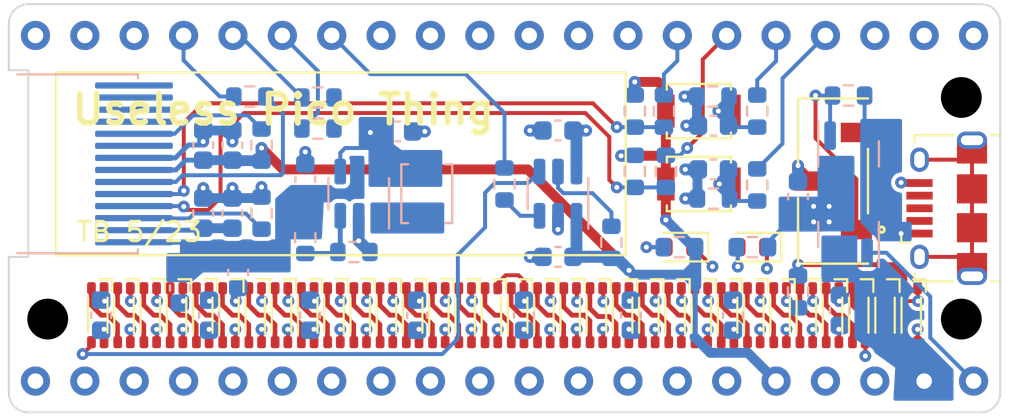
<source format=kicad_pcb>
(kicad_pcb (version 20221018) (generator pcbnew)
  (layers (0 "F.Cu" signal) (1 "In1.Cu" power) (2 "In2.Cu" power) (31 "B.Cu" signal) (34 "B.Paste" user) (35 "F.Paste" user) (36 "B.SilkS" user "B.Silkscreen") (37 "F.SilkS" user "F.Silkscreen") (38 "B.Mask" user) (39 "F.Mask" user) (44 "Edge.Cuts" user))
  (net 0 "")
  (net 1 "+3V3")
  (net 2 "VBUS")
  (net 3 "GND")
  (net 4 "/LEDs/DIN")
  (net 5 "/LEDs/B2")
  (net 6 "/LEDs/B3")
  (net 7 "/LEDs/B4")
  (net 8 "Net-(J1-VBUS)")
  (net 12 "unconnected-(J1-Shield-Pad6)")
  (net 13 "Net-(LED1-A)")
  (net 14 "Net-(LED2-A)")
  (net 15 "Net-(U1-DIR)")
  (net 16 "Net-(LED3-DOUT)")
  (net 17 "/LED_DIN")
  (net 18 "/~{OLED_RST}")
  (net 19 "Net-(LED4-DOUT)")
  (net 21 "Net-(LED5-DOUT)")
  (net 22 "Net-(LED6-DOUT)")
  (net 23 "Net-(LED7-DOUT)")
  (net 24 "Net-(LED8-DOUT)")
  (net 26 "Net-(Q1-G)")
  (net 27 "Net-(LED10-DIN)")
  (net 28 "/SW2")
  (net 29 "/IREF")
  (net 30 "Net-(U4-SW)")
  (net 31 "Net-(U4-FB)")
  (net 32 "Net-(LED11-DOUT)")
  (net 33 "Net-(LED12-DOUT)")
  (net 34 "Net-(LED13-DOUT)")
  (net 35 "Net-(LED14-DOUT)")
  (net 36 "Net-(LED15-DOUT)")
  (net 37 "Net-(LED16-DOUT)")
  (net 38 "Net-(LED17-DOUT)")
  (net 39 "Net-(LED19-DOUT)")
  (net 40 "Net-(LED20-DOUT)")
  (net 41 "Net-(LED21-DOUT)")
  (net 42 "Net-(LED22-DOUT)")
  (net 43 "Net-(LED23-DOUT)")
  (net 44 "Net-(LED24-DOUT)")
  (net 45 "Net-(LED25-DOUT)")
  (net 46 "Net-(LED27-DOUT)")
  (net 47 "Net-(LED28-DOUT)")
  (net 48 "Net-(LED29-DOUT)")
  (net 49 "Net-(LED30-DOUT)")
  (net 50 "Net-(LED31-DOUT)")
  (net 51 "Net-(LED32-DOUT)")
  (net 52 "Net-(LED33-DOUT)")
  (net 53 "Net-(LED34-DOUT)")
  (net 60 "Net-(J3-Pin_19)")
  (net 61 "Net-(J3-Pin_20)")
  (net 62 "Net-(U2-VCC)")
  (net 63 "Net-(U2-VCOMH)")
  (net 64 "Net-(J2-Pin_7)")
  (net 65 "Net-(J2-Pin_6)")
  (net 67 "/SW1")
  (net 72 "Net-(U2-VBAT)")
  (net 74 "/SCL")
  (net 75 "/SDA")
  (net 77 "Net-(J2-Pin_5)")
  (net 78 "Net-(J2-Pin_4)")
  (net 89 "Net-(J2-Pin_17)")
  (net 90 "Net-(J2-Pin_16)")
  (net 91 "Net-(J2-Pin_15)")
  (net 92 "Net-(J2-Pin_14)")
  (footprint "common:LED_SK68xx-EC3210x" (layer "F.Cu") (at 116.725 95 -90)
    (fp_text reference "LED12" hide)
    (fp_text value "SK68XX-EC3210R" hide)
  )
  (footprint "common:LED_SK68xx-EC3210x" (layer "F.Cu") (at 107.275 95 -90)
    (fp_text reference "LED5" hide)
    (fp_text value "SK68XX-EC3210R" hide)
  )
  (footprint "Button_Switch_SMD:SW_SPST_B3U-1000P" (layer "F.Cu") (at 135.5 84.5 180)
    (fp_text reference "SW2" hide)
    (fp_text value "B3U-1000P" hide)
  )
  (footprint "common:LED_SK68xx-EC3210x" (layer "F.Cu") (at 105.925 95 -90)
    (fp_text reference "LED4" hide)
    (fp_text value "SK68XX-EC3210R" hide)
  )
  (footprint "common:LED_SK68xx-EC3210x" (layer "F.Cu") (at 118.075 95 -90)
    (fp_text reference "LED13" hide)
    (fp_text value "SK68XX-EC3210R" hide)
  )
  (footprint "common:2.1mm_hole_pico" (layer "F.Cu") (at 149 83.8)
    (fp_text reference "REF**" hide)
    (fp_text value "2.1mm_hole_pico" hide)
  )
  (footprint "common:LED_SK68xx-EC3210x" (layer "F.Cu") (at 104.575 95 -90)
    (fp_text reference "LED3" hide)
    (fp_text value "SK68XX-EC3210R" hide)
  )
  (footprint "common:LED_SK68xx-EC3210x" (layer "F.Cu") (at 111.325 95 -90)
    (fp_text reference "LED8" hide)
    (fp_text value "SK68XX-EC3210R" hide)
  )
  (footprint "common:EA_W096016-XALW" (layer "F.Cu") (at 131.6375 82.6125 180)
    (fp_text reference "U2" hide)
    (fp_text value "EA W096016-XALW" hide)
  )
  (footprint "common:LED_SK68xx-EC3210x" (layer "F.Cu") (at 132.925 95 -90)
    (fp_text reference "LED24" hide)
    (fp_text value "SK68XX-EC3210R" hide)
  )
  (footprint "common:LED_SK68xx-EC3210x" (layer "F.Cu") (at 112.675 95 -90)
    (fp_text reference "LED9" hide)
    (fp_text value "SK68XX-EC3210R" hide)
  )
  (footprint "common:LED_SK68xx-EC3210x" (layer "F.Cu") (at 120.775 95 -90)
    (fp_text reference "LED15" hide)
    (fp_text value "SK68XX-EC3210R" hide)
  )
  (footprint "common:LED_SK68xx-EC3210x" (layer "F.Cu") (at 138.325 95 -90)
    (fp_text reference "LED28" hide)
    (fp_text value "SK68XX-EC3210R" hide)
  )
  (footprint "common:LED_SK68xx-EC3210x" (layer "F.Cu") (at 109.975 95 -90)
    (fp_text reference "LED7" hide)
    (fp_text value "SK68XX-EC3210R" hide)
  )
  (footprint "common:LED_SK68xx-EC3210x" (layer "F.Cu") (at 131.575 95 -90)
    (fp_text reference "LED23" hide)
    (fp_text value "SK68XX-EC3210R" hide)
  )
  (footprint "common:2.1mm_hole_pico" (layer "F.Cu") (at 149 95.2)
    (fp_text reference "REF**" hide)
    (fp_text value "2.1mm_hole_pico" hide)
  )
  (footprint "common:LED_SK68xx-EC3210x" (layer "F.Cu") (at 115.375 95 -90)
    (fp_text reference "LED11" hide)
    (fp_text value "SK68XX-EC3210R" hide)
  )
  (footprint "common:LED_SK68xx-EC3210x" (layer "F.Cu") (at 146.425 95 -90)
    (fp_text reference "LED34" hide)
    (fp_text value "SK68XX-EC3210R" hide)
  )
  (footprint "Connector_USB:USB_Micro-B_Amphenol_10118194_Horizontal" (layer "F.Cu") (at 148.25 89.5 90)
    (fp_text reference "J1" hide)
    (fp_text value "0473460001" hide)
  )
  (footprint "common:2.1mm_hole_pico" (layer "F.Cu") (at 102 95.2)
    (fp_text reference "REF**" hide)
    (fp_text value "2.1mm_hole_pico" hide)
  )
  (footprint "common:LED_SK68xx-EC3210x" (layer "F.Cu") (at 123.475 95 -90)
    (fp_text reference "LED17" hide)
    (fp_text value "SK68XX-EC3210R" hide)
  )
  (footprint "common:LED_SK68xx-EC3210x" (layer "F.Cu") (at 108.625 95 -90)
    (fp_text reference "LED6" hide)
    (fp_text value "SK68XX-EC3210R" hide)
  )
  (footprint "common:LED_SK68xx-EC3210x" (layer "F.Cu") (at 114.025 95 -90)
    (fp_text reference "LED10" hide)
    (fp_text value "SK68XX-EC3210R" hide)
  )
  (footprint "common:LED_SK68xx-EC3210x" (layer "F.Cu") (at 136.975 95 -90)
    (fp_text reference "LED27" hide)
    (fp_text value "SK68XX-EC3210R" hide)
  )
  (footprint "common:LED_SK68xx-EC3210x" (layer "F.Cu") (at 141.025 95 -90)
    (fp_text reference "LED30" hide)
    (fp_text value "SK68XX-EC3210R" hide)
  )
  (footprint "LED_SMD:LED_0603_1608Metric" (layer "F.Cu") (at 134.5 91.5 180)
    (fp_text reference "LED1" hide)
    (fp_text value "YEL" hide)
  )
  (footprint "common:LED_SK68xx-EC3210x" (layer "F.Cu") (at 145.075 95 -90)
    (fp_text reference "LED33" hide)
    (fp_text value "SK68XX-EC3210R" hide)
  )
  (footprint "common:LED_SK68xx-EC3210x" (layer "F.Cu") (at 135.625 95 -90)
    (fp_text reference "LED26" hide)
    (fp_text value "SK68XX-EC3210R" hide)
  )
  (footprint "common:LED_SK68xx-EC3210x" (layer "F.Cu") (at 143.725 95 -90)
    (fp_text reference "LED32" hide)
    (fp_text value "SK68XX-EC3210R" hide)
  )
  (footprint "common:LED_SK68xx-EC3210x" (layer "F.Cu") (at 139.675 95 -90)
    (fp_text reference "LED29" hide)
    (fp_text value "SK68XX-EC3210R" hide)
  )
  (footprint "common:LED_SK68xx-EC3210x" (layer "F.Cu") (at 127.525 95 -90)
    (fp_text reference "LED20" hide)
    (fp_text value "SK68XX-EC3210R" hide)
  )
  (footprint "common:LED_SK68xx-EC3210x" (layer "F.Cu") (at 122.125 95 -90)
    (fp_text reference "LED16" hide)
    (fp_text value "SK68XX-EC3210R" hide)
  )
  (footprint "common:LED_SK68xx-EC3210x" (layer "F.Cu") (at 128.875 95 -90)
    (fp_text reference "LED21" hide)
    (fp_text value "SK68XX-EC3210R" hide)
  )
  (footprint "common:LED_SK68xx-EC3210x" (layer "F.Cu") (at 124.825 95 -90)
    (fp_text reference "LED18" hide)
    (fp_text value "SK68XX-EC3210R" hide)
  )
  (footprint "common:LED_SK68xx-EC3210x" (layer "F.Cu") (at 126.175 95 -90)
    (fp_text reference "LED19" hide)
    (fp_text value "SK68XX-EC3210R" hide)
  )
  (footprint "common:LED_SK68xx-EC3210x" (layer "F.Cu") (at 134.275 95 -90)
    (fp_text reference "LED25" hide)
    (fp_text value "SK68XX-EC3210R" hide)
  )
  (footprint "LED_SMD:LED_0603_1608Metric" (layer "F.Cu") (at 138.25 91.5 180)
    (fp_text reference "LED2" hide)
    (fp_text value "YEL" hide)
  )
  (footprint "common:LED_SK68xx-EC3210x" (layer "F.Cu") (at 119.425 95 -90)
    (fp_text reference "LED14" hide)
    (fp_text value "SK68XX-EC3210R" hide)
  )
  (footprint "common:LED_SK68xx-EC3210x" (layer "F.Cu") (at 142.375 95 -90)
    (fp_text reference "LED31" hide)
    (fp_text value "SK68XX-EC3210R" hide)
  )
  (footprint "common:SW_JS102011JCQN" (layer "F.Cu") (at 142.4 88.1 90)
    (fp_text reference "SW1" hide)
    (fp_text value "JS102011JCQN" hide)
  )
  (footprint "common:LED_SK68xx-EC3210x" (layer "F.Cu") (at 130.225 95 -90)
    (fp_text reference "LED22" hide)
    (fp_text value "SK68XX-EC3210R" hide)
  )
  (footprint "Button_Switch_SMD:SW_SPST_B3U-1000P" (layer "F.Cu") (at 135.5 88.25 180)
    (fp_text reference "SW3" hide)
    (fp_text value "B3U-1000P" hide)
  )
  (footprint "Resistor_SMD:R_0603_1608Metric" (layer "B.Cu") (at 132.2 84.5 -90)
    (fp_text reference "R8" hide)
    (fp_text value "4.7k" hide)
  )
  (footprint "Resistor_SMD:R_0603_1608Metric" (layer "B.Cu") (at 132.2 87.6 -90)
    (fp_text reference "R9" hide)
    (fp_text value "4.7k" hide)
  )
  (footprint "Capacitor_SMD:C_0603_1608Metric" (layer "B.Cu") (at 104.75 95 90)
    (fp_text reference "C13" hide)
    (fp_text value "10uF" hide)
  )
  (footprint "Package_TO_SOT_SMD:SOT-23" (layer "B.Cu") (at 143.2 86.7 -90)
    (fp_text reference "Q1" hide)
    (fp_text value "DMG2305UX-13" hide)
  )
  (footprint "Resistor_SMD:R_0603_1608Metric" (layer "B.Cu") (at 138.5 84.5 90)
    (fp_text reference "R20" hide)
    (fp_text value "0" hide)
  )
  (footprint "Resistor_SMD:R_0603_1608Metric" (layer "B.Cu") (at 115.9 83.8 180)
    (fp_text reference "R12" hide)
    (fp_text value "0" hide)
  )
  (footprint "Capacitor_SMD:C_0603_1608Metric" (layer "B.Cu") (at 111.5 86.25 90)
    (fp_text reference "C4" hide)
    (fp_text value "10uF" hide)
  )
  (footprint "Resistor_SMD:R_0603_1608Metric" (layer "B.Cu") (at 131 91.25 90)
    (fp_text reference "R1" hide)
    (fp_text value "1k" hide)
  )
  (footprint "Resistor_SMD:R_0603_1608Metric" (layer "B.Cu") (at 138.25 91.5 180)
    (fp_text reference "R4" hide)
    (fp_text value "10k" hide)
  )
  (footprint "Package_TO_SOT_SMD:SOT-23-6" (layer "B.Cu") (at 128.25 88.75 90)
    (fp_text reference "U1" hide)
    (fp_text value "SN74LVC1T45DBV" hide)
  )
  (footprint "Capacitor_SMD:C_0603_1608Metric" (layer "B.Cu") (at 111.8 92.8 -90)
    (fp_text reference "C9" hide)
    (fp_text value "10uF" hide)
  )
  (footprint "common:Pico_PinHeader_1x20_P2.54mm_Vertical" (layer "B.Cu") (at 101.37 98.39 -90)
    (fp_text reference "J3" hide)
    (fp_text value "Conn_01x20" hide)
  )
  (footprint "Resistor_SMD:R_0603_1608Metric" (layer "B.Cu") (at 113 89.75 90)
    (fp_text reference "R6" hide)
    (fp_text value "680k" hide)
  )
  (footprint "Resistor_SMD:R_0603_1608Metric" (layer "B.Cu") (at 113 86.25 90)
    (fp_text reference "R5" hide)
    (fp_text value "0" hide)
  )
  (footprint "Package_TO_SOT_SMD:SOT-23" (layer "B.Cu") (at 143.2 90.85 90)
    (fp_text reference "Q2" hide)
    (fp_text value "DMG2305UX-13" hide)
  )
  (footprint "Capacitor_SMD:C_0603_1608Metric" (layer "B.Cu") (at 110.3 95 90)
    (fp_text reference "C14" hide)
    (fp_text value "10uF" hide)
  )
  (footprint "Capacitor_SMD:C_0603_1608Metric" (layer "B.Cu") (at 110 89.75 90)
    (fp_text reference "C12" hide)
    (fp_text value "0.1uF" hide)
  )
  (footprint "Capacitor_SMD:C_0603_1608Metric" (layer "B.Cu") (at 108.8 93.6 -90)
    (fp_text reference "C10" hide)
    (fp_text value "0.1uF" hide)
  )
  (footprint "Capacitor_SMD:C_0603_1608Metric" (layer "B.Cu") (at 120 85.55)
    (fp_text reference "C7" hide)
    (fp_text value "4.7uF" hide)
  )
  (footprint "Capacitor_SMD:C_0603_1608Metric" (layer "B.Cu") (at 140.6 88.9 90)
    (fp_text reference "C3" hide)
    (fp_text value "10uF" hide)
  )
  (footprint "common:Pico_PinHeader_1x20_P2.54mm_Vertical" (layer "B.Cu") (at 149.63 80.61 90)
    (fp_text reference "J2" hide)
    (fp_text value "Conn_01x20" hide)
  )
  (footprint "Package_TO_SOT_SMD:SOT-23-6" (layer "B.Cu") (at 118 88.75 90)
    (fp_text reference "U4" hide)
    (fp_text value "TLV61046ADBVR" hide)
  )
  (footprint "Capacitor_SMD:C_0603_1608Metric" (layer "B.Cu") (at 111.5 89.75 90)
    (fp_text reference "C11" hide)
    (fp_text value "10uF" hide)
  )
  (footprint "Resistor_SMD:R_0603_1608Metric" (layer "B.Cu") (at 125.5 88.25 -90)
    (fp_text reference "R13" hide)
    (fp_text value "0" hide)
  )
  (footprint "Capacitor_SMD:C_0603_1608Metric" (layer "B.Cu") (at 115.25 88 90)
    (fp_text reference "C8" hide)
    (fp_text value "10uF" hide)
  )
  (footprint "Resistor_SMD:R_0603_1608Metric" (layer "B.Cu") (at 143.2 83.7 180)
    (fp_text reference "R2" hide)
    (fp_text value "10k" hide)
  )
  (footprint "Resistor_SMD:R_0603_1608Metric" (layer "B.Cu") (at 133.8 87.6 90)
    (fp_text reference "R15" hide)
    (fp_text value "0" hide)
  )
  (footprint "Capacitor_SMD:C_0603_1608Metric" (layer "B.Cu") (at 110 86.25 90)
    (fp_text reference "C5" hide)
    (fp_text value "0.1uF" hide)
  )
  (footprint "Resistor_SMD:R_0603_1608Metric" (layer "B.Cu") (at 112.4 83.75 180)
    (fp_text reference "R18" hide)
    (fp_text value "0" hide)
  )
  (footprint "Resistor_SMD:R_0603_1608Metric" (layer "B.Cu") (at 138.5 88.3 90)
    (fp_text reference "R19" hide)
    (fp_text value "0" hide)
  )
  (footprint "Resistor_SMD:R_0603_1608Metric" (layer "B.Cu") (at 136.25 89 180)
    (fp_text reference "R23" hide)
    (fp_text value "10K" hide)
  )
  (footprint "Capacitor_SMD:C_0603_1608Metric" (layer "B.Cu") (at 136.247618 87.5 180)
    (fp_text reference "C21" hide)
    (fp_text value "0.1uF" hide)
  )
  (footprint "Resistor_SMD:R_0603_1608Metric" (layer "B.Cu") (at 134.5 91.5 180)
    (fp_text reference "R3" hide)
    (fp_text value "10k" hide)
  )
  (footprint "Resistor_SMD:R_0603_1608Metric" (layer "B.Cu") (at 117.75 91.75)
    (fp_text reference "R14" hide)
    (fp_text value "71.5k" hide)
  )
  (footprint "Capacitor_SMD:C_0603_1608Metric" (layer "B.Cu") (at 137.25 95 90)
    (fp_text reference "C19" hide)
    (fp_text value "10uF" hide)
  )
  (footprint "Capacitor_SMD:C_0603_1608Metric" (layer "B.Cu") (at 136.25 85.25 180)
    (fp_text reference "C6" hide)
    (fp_text value "0.1uF" hide)
  )
  (footprint "Capacitor_SMD:C_0603_1608Metric" (layer "B.Cu") (at 126.5 95 90)
    (fp_text reference "C17" hide)
    (fp_text value "10uF" hide)
  )
  (footprint "Resistor_SMD:R_0603_1608Metric" (layer "B.Cu") (at 140.6 93.8 -90)
    (fp_text reference "R22" hide)
    (fp_text value "10k" hide)
  )
  (footprint "Capacitor_SMD:C_0603_1608Metric" (layer "B.Cu") (at 132 95 90)
    (fp_text reference "C18" hide)
    (fp_text value "10uF" hide)
  )
  (footprint "Capacitor_SMD:C_0603_1608Metric" (layer "B.Cu") (at 142.75 94.75 90)
    (fp_text reference "C20" hide)
    (fp_text value "10uF" hide)
  )
  (footprint "Resistor_SMD:R_0603_1608Metric" (layer "B.Cu") (at 136.225 83.75 180)
    (fp_text reference "R7" hide)
    (fp_text value "10K" hide)
  )
  (footprint "Inductor_SMD:L_Wuerth_WE-GF-1210" (layer "B.Cu") (at 121.5 88.75 -90)
    (fp_text reference "L1" hide)
    (fp_text value "12uH" hide)
  )
  (footprint "Resistor_SMD:R_0603_1608Metric" (layer "B.Cu") (at 133.7 84.5 90)
    (fp_text reference "R17" hide)
    (fp_text value "0" hide)
  )
  (footprint "Resistor_SMD:R_0603_1608Metric" (layer "B.Cu") (at 115.9 85.4 180)
    (fp_text reference "R10" hide)
    (fp_text value "0" hide)
  )
  (footprint "Capacitor_SMD:C_0603_1608Metric" (layer "B.Cu") (at 128.25 85.5 180)
    (fp_text reference "C2" hide)
    (fp_text value "0.1uF" hide)
  )
  (footprint "Capacitor_SMD:C_0603_1608Metric" (layer "B.Cu") (at 115.5 95 90)
    (fp_text reference "C15" hide)
    (fp_text value "10uF" hide)
  )
  (footprint "Capacitor_SMD:C_0603_1608Metric" (layer "B.Cu") (at 121 95 90)
    (fp_text reference "C16" hide)
    (fp_text value "10uF" hide)
  )
  (footprint "Capacitor_SMD:C_0603_1608Metric" (layer "B.Cu") (at 128.25 92 180)
    (fp_text reference "C1" hide)
    (fp_text value "0.1uF" hide)
  )
  (footprint "Resistor_SMD:R_0603_1608Metric" (layer "B.Cu") (at 115.25 91 90)
    (fp_text reference "R11" hide)
    (fp_text value "604k" hide)
  )
  (gr_arc locked (start 100 80) (mid 100.292893 79.292894) (end 101 79) (stroke (width 0.1)) (layer "Edge.Cuts"))
  (gr_arc locked (start 150 79) (mid 150.707106 79.292893) (end 151 80) (stroke (width 0.1)) (layer "Edge.Cuts"))
  (gr_line (start 101 92) (end 101 82.4) (stroke (width 0.1)) (layer "Edge.Cuts"))
  (gr_arc locked (start 151 99) (mid 150.707107 99.707106) (end 150 100) (stroke (width 0.1)) (layer "Edge.Cuts"))
  (gr_line locked (start 151 99) (end 151 80) (stroke (width 0.1)) (layer "Edge.Cuts"))
  (gr_line (start 100 92) (end 101 92) (stroke (width 0.1)) (layer "Edge.Cuts"))
  (gr_line locked (start 101 79) (end 150 79) (stroke (width 0.1)) (layer "Edge.Cuts"))
  (gr_line (start 101 82.4) (end 100 82.4) (stroke (width 0.1)) (layer "Edge.Cuts"))
  (gr_arc locked (start 101 100) (mid 100.292894 99.707107) (end 100 99) (stroke (width 0.1)) (layer "Edge.Cuts"))
  (gr_line (start 100 92) (end 100 99) (stroke (width 0.1)) (layer "Edge.Cuts"))
  (gr_line locked (start 101 100) (end 150 100) (stroke (width 0.1)) (layer "Edge.Cuts"))
  (gr_line (start 100 82.4) (end 100 80) (stroke (width 0.1)) (layer "Edge.Cuts"))
  (gr_text "Useless Pico Thing" (at 103.1 85.3) (layer "F.SilkS") (effects (font (size 1.5 1.5) (thickness 0.3) bold) (justify left bottom)))
  (gr_text "TB 5/23" (at 103.4 91.3) (layer "F.SilkS") (effects (font (size 1 1)) (justify left bottom)))
  (segment (start 132.2 83) (end 133.4 83) (width 0.508) (layer "F.Cu") (net 1))
  (segment (start 133.8 90.1) (end 133.8 88.25) (width 0.508) (layer "F.Cu") (net 1))
  (segment (start 133.8 83.4) (end 133.4 83) (width 0.508) (layer "F.Cu") (net 1))
  (segment (start 133.8 88.25) (end 133.8 86.9) (width 0.508) (layer "F.Cu") (net 1))
  (segment (start 131.907388 92.692612) (end 131.892612 92.692612) (width 0.508) (layer "F.Cu") (net 1))
  (segment (start 114.1 87.5) (end 113 86.4) (width 0.508) (layer "F.Cu") (net 1))
  (segment (start 131.5 86.8) (end 133.7 86.8) (width 0.508) (layer "F.Cu") (net 1))
  (segment (start 126.7 87.5) (end 114.1 87.5) (width 0.508) (layer "F.Cu") (net 1))
  (segment (start 133.8 86.9) (end 133.8 84.5) (width 0.508) (layer "F.Cu") (net 1))
  (segment (start 133.7 86.8) (end 133.8 86.9) (width 0.508) (layer "F.Cu") (net 1))
  (segment (start 133.8 84.5) (end 133.8 83.4) (width 0.508) (layer "F.Cu") (net 1))
  (segment (start 131.892612 92.692612) (end 126.7 87.5) (width 0.508) (layer "F.Cu") (net 1))
  (via (at 131.907388 92.692612) (size 0.6096) (drill 0.254) (layers "F.Cu" "B.Cu") (net 1))
  (via (at 132.2 83) (size 0.6096) (drill 0.254) (layers "F.Cu" "B.Cu") (net 1))
  (via (at 133.8 90.1) (size 0.6096) (drill 0.254) (layers "F.Cu" "B.Cu") (net 1))
  (via (at 113 86.4) (size 0.6096) (drill 0.254) (layers "F.Cu" "B.Cu") (net 1))
  (via (at 131.5 86.8) (size 0.6096) (drill 0.254) (layers "F.Cu" "B.Cu") (net 1))
  (segment (start 129.2 91) (end 129.2 91.825) (width 0.508) (layer "B.Cu") (net 1))
  (segment (start 139.47 98.39) (end 138.016513 96.936513) (width 0.508) (layer "B.Cu") (net 1))
  (segment (start 136.263487 96.936513) (end 136.083882 96.936513) (width 0.508) (layer "B.Cu") (net 1))
  (segment (start 129.025 92) (end 130.925 92) (width 0.6096) (layer "B.Cu") (net 1))
  (segment (start 136.083882 96.936513) (end 135.273684 96.126315) (width 0.508) (layer "B.Cu") (net 1))
  (segment (start 110 87.025) (end 112.95 87.025) (width 0.508) (layer "B.Cu") (net 1))
  (segment (start 129.2 91) (end 129 91.2) (width 0.2032) (layer "B.Cu") (net 1))
  (segment (start 135.315 93.415) (end 134.815631 92.915631) (width 0.508) (layer "B.Cu") (net 1))
  (segment (start 135.315 93.485) (end 135.315 91.51) (width 0.6096) (layer "B.Cu") (net 1))
  (segment (start 131.289776 92.075) (end 131.907388 92.692612) (width 0.6096) (layer "B.Cu") (net 1))
  (segment (start 113 86.4) (end 113 87.075) (width 0.6096) (layer "B.Cu") (net 1))
  (segment (start 132.2 83) (end 132.2 83.675) (width 0.6096) (layer "B.Cu") (net 1))
  (segment (start 135.315 93.485) (end 135.315 93.415) (width 0.508) (layer "B.Cu") (net 1))
  (segment (start 134.538 92.915631) (end 132.130407 92.915631) (width 0.508) (layer "B.Cu") (net 1))
  (segment (start 131 92.075) (end 131.289776 92.075) (width 0.6096) (layer "B.Cu") (net 1))
  (segment (start 129.2 89.8875) (end 129.2 91) (width 0.508) (layer "B.Cu") (net 1))
  (segment (start 131.5 86.8) (end 132.175 86.8) (width 0.6096) (layer "B.Cu") (net 1))
  (segment (start 138.016513 96.936513) (end 136.263487 96.936513) (width 0.508) (layer "B.Cu") (net 1))
  (segment (start 135.325 92.406262) (end 135.325 91.5) (width 0.508) (layer "B.Cu") (net 1))
  (segment (start 129.025 92) (end 129.2 91.825) (width 0.6096) (layer "B.Cu") (net 1))
  (segment (start 129.2 91.825) (end 129.2 89.8875) (width 0.6096) (layer "B.Cu") (net 1))
  (segment (start 129.087 91.938) (end 131.152776 91.938) (width 0.508) (layer "B.Cu") (net 1))
  (segment (start 134.815631 92.915631) (end 135.325 92.406262) (width 0.508) (layer "B.Cu") (net 1))
  (segment (start 134.815631 92.915631) (end 134.538 92.915631) (width 0.508) (layer "B.Cu") (net 1))
  (segment (start 135.315 95.988026) (end 135.315 93.485) (width 0.254) (layer "B.Cu") (net 1))
  (segment (start 132.130407 92.915631) (end 131.289776 92.075) (width 0.508) (layer "B.Cu") (net 1))
  (segment (start 136.263487 96.936513) (end 135.315 95.988026) (width 0.254) (layer "B.Cu") (net 1))
  (segment (start 106.4375 87.5275) (end 108.594078 87.5275) (width 0.254) (layer "B.Cu") (net 1))
  (segment (start 131.907388 92.692612) (end 131.152776 91.938) (width 0.508) (layer "B.Cu") (net 1))
  (segment (start 113 87.075) (end 111.55 87.075) (width 0.508) (layer "B.Cu") (net 1))
  (segment (start 135.2 91.5) (end 133.8 90.1) (width 0.508) (layer "B.Cu") (net 1))
  (segment (start 108.594078 87.5275) (end 109.096578 87.025) (width 0.254) (layer "B.Cu") (net 1))
  (segment (start 109.096578 87.025) (end 110 87.025) (width 0.254) (layer "B.Cu") (net 1))
  (segment (start 126.5125 95.7375) (end 126.5125 96.4125) (width 0.2032) (layer "F.Cu") (net 2))
  (segment (start 125.1625 95.7375) (end 125.1625 96.4125) (width 0.2032) (layer "F.Cu") (net 2))
  (segment (start 118.4125 95.7375) (end 118.4125 96.4125) (width 0.2032) (layer "F.Cu") (net 2))
  (segment (start 134.6125 95.7375) (end 134.6125 96.4125) (width 0.2032) (layer "F.Cu") (net 2))
  (segment (start 145.425 96.3875) (end 145.425 96.791414) (width 0.2032) (layer "F.Cu") (net 2))
  (segment (start 133.2625 95.7375) (end 133.2625 96.4125) (width 0.2032) (layer "F.Cu") (net 2))
  (segment (start 108.9625 95.7375) (end 108.9625 96.4125) (width 0.2032) (layer "F.Cu") (net 2))
  (segment (start 122.4625 95.7375) (end 122.4625 96.4125) (width 0.2032) (layer "F.Cu") (net 2))
  (segment (start 115.7125 95.7375) (end 115.7125 96.4125) (width 0.2032) (layer "F.Cu") (net 2))
  (segment (start 113.0125 95.7375) (end 113.0125 96.4125) (width 0.2032) (layer "F.Cu") (net 2))
  (segment (start 146.7625 95.7375) (end 146.7625 96.4125) (width 0.2032) (layer "F.Cu") (net 2))
  (segment (start 106.2625 95.7375) (end 106.2625 96.4125) (width 0.2032) (layer "F.Cu") (net 2))
  (segment (start 145.425 96.791414) (end 145.638386 97.0048) (width 0.2032) (layer "F.Cu") (net 2))
  (segment (start 137.3125 95.7375) (end 137.3125 96.4125) (width 0.2032) (layer "F.Cu") (net 2))
  (segment (start 144.0625 97.1) (end 144.0625 96.4125) (width 0.2032) (layer "F.Cu") (net 2))
  (segment (start 127.8625 95.7375) (end 127.8625 96.4125) (width 0.2032) (layer "F.Cu") (net 2))
  (segment (start 142.7125 95.7375) (end 142.7125 96.4125) (width 0.2032) (layer "F.Cu") (net 2))
  (segment (start 119.7625 95.7375) (end 119.7625 96.4125) (width 0.2032) (layer "F.Cu") (net 2))
  (segment (start 123.8125 95.7375) (end 123.8125 96.4125) (width 0.2032) (layer "F.Cu") (net 2))
  (segment (start 146.4952 97.0048) (end 146.775 96.725) (width 0.2032) (layer "F.Cu") (net 2))
  (segment (start 114.3625 95.7375) (end 114.3625 96.4125) (width 0.2032) (layer "F.Cu") (net 2))
  (segment (start 110.3125 95.7375) (end 110.3125 96.4125) (width 0.2032) (layer "F.Cu") (net 2))
  (segment (start 111.6625 95.7375) (end 111.6625 96.4125) (width 0.2032) (layer "F.Cu") (net 2))
  (segment (start 141.3625 95.7375) (end 141.3625 96.4125) (width 0.2032) (layer "F.Cu") (net 2))
  (segment (start 104.9125 95.7375) (end 104.9125 96.4125) (width 0.2032) (layer "F.Cu") (net 2))
  (segment (start 107.6125 95.7375) (end 107.6125 96.4125) (width 0.2032) (layer "F.Cu") (net 2))
  (segment (start 131.9125 95.7375) (end 131.9125 96.4125) (width 0.2032) (layer "F.Cu") (net 2))
  (segment (start 121.1125 95.7375) (end 121.1125 96.4125) (width 0.2032) (layer "F.Cu") (net 2))
  (segment (start 129.225 95.7125) (end 129.225 96.3875) (width 0.2032) (layer "F.Cu") (net 2))
  (segment (start 146.775 96.725) (end 146.775 96.3875) (width 0.2032) (layer "F.Cu") (net 2))
  (segment (start 117.0625 95.7375) (end 117.0625 96.4125) (width 0.2032) (layer "F.Cu") (net 2))
  (segment (start 130.575 95.7125) (end 130.575 96.3875) (width 0.2032) (layer "F.Cu") (net 2))
  (segment (start 138.6625 95.7375) (end 138.6625 96.4125) (width 0.2032) (layer "F.Cu") (net 2))
  (segment (start 145.638386 97.0048) (end 146.4952 97.0048) (width 0.2032) (layer "F.Cu") (net 2))
  (segment (start 135.9625 95.7375) (end 135.9625 96.4125) (width 0.2032) (layer "F.Cu") (net 2))
  (segment (start 140.0125 95.7375) (end 140.0125 96.4125) (width 0.2032) (layer "F.Cu") (net 2))
  (via (at 106.25 95.725) (size 0.6096) (drill 0.254) (layers "F.Cu" "B.Cu") (net 2))
  (via (at 138.65 95.725) (size 0.6096) (drill 0.254) (layers "F.Cu" "B.Cu") (net 2))
  (via (at 118.6 85.6) (size 0.6096) (drill 0.254) (layers "F.Cu" "B.Cu") (net 2))
  (via (at 127.85 95.725) (size 0.6096) (drill 0.254) (layers "F.Cu" "B.Cu") (net 2))
  (via (at 114.35 95.725) (size 0.6096) (drill 0.254) (layers "F.Cu" "B.Cu") (net 2))
  (via (at 141.4 90.2) (size 0.6096) (drill 0.254) (layers "F.Cu" "B.Cu") (net 2))
  (via (at 122.45 95.725) (size 0.6096) (drill 0.254) (layers "F.Cu" "B.Cu") (net 2))
  (via (at 129.7 85.5) (size 0.6096) (drill 0.254) (layers "F.Cu" "B.Cu") (net 2))
  (via (at 130.5625 95.7) (size 0.6096) (drill 0.254) (layers "F.Cu" "B.Cu") (net 2))
  (via (at 134.6 95.725) (size 0.6096) (drill 0.254) (layers "F.Cu" "B.Cu") (net 2))
  (via (at 119.75 95.725) (size 0.6096) (drill 0.254) (layers "F.Cu" "B.Cu") (net 2))
  (via (at 107.6 95.725) (size 0.6096) (drill 0.254) (layers "F.Cu" "B.Cu") (net 2))
  (via (at 110.3 95.725) (size 0.6096) (drill 0.254) (layers "F.Cu" "B.Cu") (net 2))
  (via (at 123.8 95.725) (size 0.6096) (drill 0.254) (layers "F.Cu" "B.Cu") (net 2))
  (via (at 141.35 95.725) (size 0.6096) (drill 0.254) (layers "F.Cu" "B.Cu") (net 2))
  (via (at 146.75 95.725) (size 0.6096) (drill 0.254) (layers "F.Cu" "B.Cu") (net 2))
  (via (at 137.3 95.725) (size 0.6096) (drill 0.254) (layers "F.Cu" "B.Cu") (net 2))
  (via (at 142.2 90.2) (size 0.6096) (drill 0.254) (layers "F.Cu" "B.Cu") (net 2))
  (via (at 118.4 95.725) (size 0.6096) (drill 0.254) (layers "F.Cu" "B.Cu") (net 2))
  (via (at 144.0625 97.1) (size 0.6096) (drill 0.254) (layers "F.Cu" "B.Cu") (net 2))
  (via (at 117.05 95.725) (size 0.6096) (drill 0.254) (layers "F.Cu" "B.Cu") (net 2))
  (via (at 104.9 95.725) (size 0.6096) (drill 0.254) (layers "F.Cu" "B.Cu") (net 2))
  (via (at 140 95.725) (size 0.6096) (drill 0.254) (layers "F.Cu" "B.Cu") (net 2))
  (via (at 129.2125 95.7) (size 0.6096) (drill 0.254) (layers "F.Cu" "B.Cu") (net 2))
  (via (at 142.2 89.4) (size 0.6096) (drill 0.254) (layers "F.Cu" "B.Cu") (net 2))
  (via (at 142.7 95.725) (size 0.6096) (drill 0.254) (layers "F.Cu" "B.Cu") (net 2))
  (via (at 113 95.725) (size 0.6096) (drill 0.254) (layers "F.Cu" "B.Cu") (net 2))
  (via (at 108.95 95.725) (size 0.6096) (drill 0.254) (layers "F.Cu" "B.Cu") (net 2))
  (via (at 131.9 95.725) (size 0.6096) (drill 0.254) (layers "F.Cu" "B.Cu") (net 2))
  (via (at 133.25 95.725) (size 0.6096) (drill 0.254) (layers "F.Cu" "B.Cu") (net 2))
  (via (at 141.4 89.4) (size 0.6096) (drill 0.254) (layers "F.Cu" "B.Cu") (net 2))
  (via (at 111.65 95.725) (size 0.6096) (drill 0.254) (layers "F.Cu" "B.Cu") (net 2))
  (via (at 121.1 95.725) (size 0.6096) (drill 0.254) (layers "F.Cu" "B.Cu") (net 2))
  (via (at 125.15 95.725) (size 0.6096) (drill 0.254) (layers "F.Cu" "B.Cu") (net 2))
  (via (at 126.5 95.725) (size 0.6096) (drill 0.254) (layers "F.Cu" "B.Cu") (net 2))
  (via (at 115.7 95.725) (size 0.6096) (drill 0.254) (layers "F.Cu" "B.Cu") (net 2))
  (via (at 135.95 95.725) (size 0.6096) (drill 0.254) (layers "F.Cu" "B.Cu") (net 2))
  (segment (start 139.075 91.225) (end 139.7 90.6) (width 0.2032) (layer "B.Cu") (net 2))
  (segment (start 117.05 87.6125) (end 117.05 86.65) (width 0.2032) (layer "B.Cu") (net 2))
  (segment (start 129.7 85.5) (end 129.025 85.5) (width 0.6096) (layer "B.Cu") (net 2))
  (segment (start 117.05 86.65) (end 117.3 86.4) (width 0.2032) (layer "B.Cu") (net 2))
  (segment (start 118.6 85.6) (end 118.4 85.6) (width 0.2032) (layer "B.Cu") (net 2))
  (segment (start 117.3 86.4) (end 118.1 86.4) (width 0.2032) (layer "B.Cu") (net 2))
  (segment (start 129.2 85.675) (end 129.025 85.5) (width 0.6096) (layer "B.Cu") (net 2))
  (segment (start 129.2 87.6125) (end 129.2 85.675) (width 0.6096) (layer "B.Cu") (net 2))
  (segment (start 126.5125 94.2625) (end 126.5125 93.5875) (width 0.2032) (layer "F.Cu") (net 3))
  (segment (start 145.425 93.225) (end 145.1 92.9) (width 0.2032) (layer "F.Cu") (net 3))
  (segment (start 131.9125 94.2625) (end 131.9125 93.5875) (width 0.2032) (layer "F.Cu") (net 3))
  (segment (start 130.575 94.2875) (end 130.575 93.6125) (width 0.2032) (layer "F.Cu") (net 3))
  (segment (start 119.7625 94.2625) (end 119.7625 93.5875) (width 0.2032) (layer "F.Cu") (net 3))
  (segment (start 144.4 92.9) (end 144.075 93.225) (width 0.2032) (layer "F.Cu") (net 3))
  (segment (start 107.6125 94.2625) (end 107.6125 93.5875) (width 0.2032) (layer "F.Cu") (net 3))
  (segment (start 146.7625 94.2625) (end 146.7625 93.5875) (width 0.2032) (layer "F.Cu") (net 3))
  (segment (start 114.3625 94.2625) (end 114.3625 93.5875) (width 0.2032) (layer "F.Cu") (net 3))
  (segment (start 117.0625 94.2625) (end 117.0625 93.5875) (width 0.2032) (layer "F.Cu") (net 3))
  (segment (start 145.425 93.6125) (end 145.425 94.025) (width 0.2032) (layer "F.Cu") (net 3))
  (segment (start 125.1625 93.5875) (end 125.1625 93.343688) (width 0.2032) (layer "F.Cu") (net 3))
  (segment (start 126.2154 92.9452) (end 126.5125 93.2423) (width 0.2032) (layer "F.Cu") (net 3))
  (segment (start 133.2625 94.2625) (end 133.2625 93.5875) (width 0.2032) (layer "F.Cu") (net 3))
  (segment (start 126.5125 93.2423) (end 126.5125 93.5875) (width 0.2032) (layer "F.Cu") (net 3))
  (segment (start 141.2 88.1) (end 140.6 87.5) (width 0.6096) (layer "F.Cu") (net 3))
  (segment (start 106.2625 94.2625) (end 106.2625 93.5875) (width 0.2032) (layer "F.Cu") (net 3))
  (segment (start 121.1125 94.2625) (end 121.1125 93.5875) (width 0.2032) (layer "F.Cu") (net 3))
  (segment (start 134.6125 94.2625) (end 134.6125 93.5875) (width 0.2032) (layer "F.Cu") (net 3))
  (segment (start 122.4625 94.2625) (end 122.4625 93.5875) (width 0.2032) (layer "F.Cu") (net 3))
  (segment (start 135.9625 94.2625) (end 135.9625 93.5875) (width 0.2032) (layer "F.Cu") (net 3))
  (segment (start 129.225 94.2875) (end 129.225 93.6125) (width 0.2032) (layer "F.Cu") (net 3))
  (segment (start 139 92.6) (end 139 91.5375) (width 0.2032) (layer "F.Cu") (net 3))
  (segment (start 145.1 92.9) (end 144.4 92.9) (width 0.2032) (layer "F.Cu") (net 3))
  (segment (start 145.922993 88.2) (end 146.85 88.2) (width 0.381) (layer "F.Cu") (net 3))
  (segment (start 137.3125 94.2625) (end 137.3125 93.5875) (width 0.2032) (layer "F.Cu") (net 3))
  (segment (start 125.560988 92.9452) (end 126.2154 92.9452) (width 0.2032) (layer "F.Cu") (net 3))
  (segment (start 140.0125 94.2625) (end 140.0125 93.5875) (width 0.2032) (layer "F.Cu") (net 3))
  (segment (start 140.6 87.5) (end 140.6 87.3) (width 0.6096) (layer "F.Cu") (net 3))
  (segment (start 145.675 94.275) (end 146.775 94.275) (width 0.2032) (layer "F.Cu") (net 3))
  (segment (start 113.0125 94.2625) (end 113.0125 93.5875) (width 0.2032) (layer "F.Cu") (net 3))
  (segment (start 127.8625 94.2625) (end 127.8625 93.5875) (width 0.2032) (layer "F.Cu") (net 3))
  (segment (start 110.3125 94.2625) (end 110.3125 93.5875) (width 0.2032) (layer "F.Cu") (net 3))
  (segment (start 125.1625 93.343688) (end 125.560988 92.9452) (width 0.2032) (layer "F.Cu") (net 3))
  (segment (start 136.2 92.5) (end 135.2875 91.5875) (width 0.2032) (layer "F.Cu") (net 3))
  (segment (start 145.9 88.177007) (end 145.922993 88.2) (width 0.254) (layer "F.Cu") (net 3))
  (segment (start 111.6625 94.2625) (end 111.6625 93.5875) (width 0.2032) (layer "F.Cu") (net 3))
  (segment (start 104.9125 94.2625) (end 104.9125 93.5875) (width 0.2032) (layer "F.Cu") (net 3))
  (segment (start 138.6625 94.2625) (end 138.6625 93.5875) (width 0.2032) (layer "F.Cu") (net 3))
  (segment (start 141.3625 94.2625) (end 141.3625 93.5875) (width 0.2032) (layer "F.Cu") (net 3))
  (segment (start 115.7125 94.2625) (end 115.7125 93.5875) (width 0.2032) (layer "F.Cu") (net 3))
  (segment (start 145.425 93.6125) (end 145.425 93.225) (width 0.2032) (layer "F.Cu") (net 3))
  (segment (start 118.4125 94.2625) (end 118.4125 93.5875) (width 0.2032) (layer "F.Cu") (net 3))
  (segment (start 145.425 94.025) (end 145.675 94.275) (width 0.2032) (layer "F.Cu") (net 3))
  (segment (start 144.075 93.225) (end 144.075 93.6125) (width 0.2032) (layer "F.Cu") (net 3))
  (segment (start 108.9625 94.2625) (end 108.9625 93.5875) (width 0.2032) (layer "F.Cu") (net 3))
  (segment (start 142.7125 94.2625) (end 142.7125 93.5875) (width 0.2032) (layer "F.Cu") (net 3))
  (segment (start 123.8125 94.2625) (end 123.8125 93.5875) (width 0.2032) (layer "F.Cu") (net 3))
  (via (at 134.8 87.5) (size 0.6096) (drill 0.254) (layers "F.Cu" "B.Cu") (net 3))
  (via (at 134.625 94.275) (size 0.6096) (drill 0.254) (layers "F.Cu" "B.Cu") (net 3))
  (via (at 106.275 94.275) (size 0.6096) (drill 0.254) (layers "F.Cu" "B.Cu") (net 3))
  (via (at 127.875 94.275) (size 0.6096) (drill 0.254) (layers "F.Cu" "B.Cu") (net 3))
  (via (at 113 88.4091) (size 0.6096) (drill 0.254) (layers "F.Cu" "B.Cu") (net 3))
  (via (at 118 91.175) (size 0.6096) (drill 0.254) (layers "F.Cu" "B.Cu") (net 3))
  (via (at 121.125 94.275) (size 0.6096) (drill 0.254) (layers "F.Cu" "B.Cu") (net 3))
  (via (at 117.075 94.275) (size 0.6096) (drill 0.254) (layers "F.Cu" "B.Cu") (net 3))
  (via (at 142.725 94.275) (size 0.6096) (drill 0.254) (layers "F.Cu" "B.Cu") (net 3))
  (via (at 133.275 94.275) (size 0.6096) (drill 0.254) (layers "F.Cu" "B.Cu") (net 3))
  (via (at 115.25 86.6) (size 0.6096) (drill 0.254) (layers "F.Cu" "B.Cu") (net 3))
  (via (at 115.725 94.275) (size 0.6096) (drill 0.254) (layers "F.Cu" "B.Cu") (net 3))
  (via (at 110 86.0675) (size 0.6096) (drill 0.254) (layers "F.Cu" "B.Cu") (net 3))
  (via (at 126.8 85.5) (size 0.6096) (drill 0.254) (layers "F.Cu" "B.Cu") (net 3))
  (via (at 139 92.6) (size 0.6096) (drill 0.254) (layers "F.Cu" "B.Cu") (net 3))
  (via (at 121.4 85.55) (size 0.6096) (drill 0.254) (layers "F.Cu" "B.Cu") (net 3))
  (via (at 111.5 88.4591) (size 0.6096) (drill 0.254) (layers "F.Cu" "B.Cu") (net 3))
  (via (at 129.2375 94.3) (size 0.6096) (drill 0.254) (layers "F.Cu" "B.Cu") (net 3))
  (via (at 128.25 90.5909) (size 0.6096) (drill 0.254) (layers "F.Cu" "B.Cu") (net 3))
  (via (at 107.625 94.275) (size 0.6096) (drill 0.254) (layers "F.Cu" "B.Cu") (net 3))
  (via (at 140.6 87.3) (size 0.6096) (drill 0.254) (layers "F.Cu" "B.Cu") (net 3))
  (via (at 134.757502 83.75) (size 0.6096) (drill 0.254) (layers "F.Cu" "B.Cu") (net 3))
  (via (at 104.925 94.275) (size 0.6096) (drill 0.254) (layers "F.Cu" "B.Cu") (net 3))
  (via (at 135.975 94.275) (size 0.6096) (drill 0.254) (layers "F.Cu" "B.Cu") (net 3))
  (via (at 141.375 94.275) (size 0.6096) (drill 0.254) (layers "F.Cu" "B.Cu") (net 3))
  (via (at 146.775 94.275) (size 0.6096) (drill 0.254) (layers "F.Cu" "B.Cu") (net 3))
  (via (at 137.325 94.275) (size 0.6096) (drill 0.254) (layers "F.Cu" "B.Cu") (net 3))
  (via (at 119.775 94.275) (size 0.6096) (drill 0.254) (layers "F.Cu" "B.Cu") (net 3))
  (via (at 126.8 92) (size 0.6096) (drill 0.254) (layers "F.Cu" "B.Cu") (net 3))
  (via (at 134.8 89) (size 0.6096) (drill 0.254) (layers "F.Cu" "B.Cu") (net 3))
  (via (at 140.025 94.275) (size 0.6096) (drill 0.254) (layers "F.Cu" "B.Cu") (net 3))
  (via (at 114.375 94.275) (size 0.6096) (drill 0.254) (layers "F.Cu" "B.Cu") (net 3))
  (via (at 110.325 94.275) (size 0.6096) (drill 0.254) (layers "F.Cu" "B.Cu") (net 3))
  (via (at 113.025 94.275) (size 0.6096) (drill 0.254) (layers "F.Cu" "B.Cu") (net 3))
  (via (at 111.675 94.275) (size 0.6096) (drill 0.254) (layers "F.Cu" "B.Cu") (net 3))
  (via (at 122.475 94.275) (size 0.6096) (drill 0.254) (layers "F.Cu" "B.Cu") (net 3))
  (via (at 130.5875 94.3) (size 0.6096) (drill 0.254) (layers "F.Cu" "B.Cu") (net 3))
  (via (at 123.825 94.275) (size 0.6096) (drill 0.254) (layers "F.Cu" "B.Cu") (net 3))
  (via (at 108.975 94.275) (size 0.6096) (drill 0.254) (layers "F.Cu" "B.Cu") (net 3))
  (via (at 118.425 94.275) (size 0.6096) (drill 0.254) (layers "F.Cu" "B.Cu") (net 3))
  (via (at 111.5 86.0675) (size 0.6096) (drill 0.254) (layers "F.Cu" "B.Cu") (net 3))
  (via (at 131.925 94.275) (size 0.6096) (drill 0.254) (layers "F.Cu" "B.Cu") (net 3))
  (via (at 145.9 88.177007) (size 0.6096) (drill 0.254) (layers "F.Cu" "B.Cu") (net 3))
  (via (at 126.525 94.275) (size 0.6096) (drill 0.254) (layers "F.Cu" "B.Cu") (net 3))
  (via (at 110 88.4591) (size 0.6096) (drill 0.254) (layers "F.Cu" "B.Cu") (net 3))
  (via (at 136.2 92.5) (size 0.6096) (drill 0.254) (layers "F.Cu" "B.Cu") (net 3))
  (via (at 138.675 94.275) (size 0.6096) (drill 0.254) (layers "F.Cu" "B.Cu") (net 3))
  (via (at 134.85 85.25) (size 0.6096) (drill 0.254) (layers "F.Cu" "B.Cu") (net 3))
  (segment (start 111.5 88.975) (end 112.95 88.975) (width 0.508) (layer "B.Cu") (net 3))
  (segment (start 135.475 85.25) (end 134.85 85.25) (width 0.6096) (layer "B.Cu") (net 3))
  (segment (start 110 88.975) (end 111.5 88.975) (width 0.508) (layer "B.Cu") (net 3))
  (segment (start 109.2302 86.2448) (end 108.5675 86.9075) (width 0.254) (layer "B.Cu") (net 3))
  (segment (start 135.4 83.75) (end 135.4 85.175) (width 0.508) (layer "B.Cu") (net 3))
  (segment (start 126.8 92) (end 127.475 92) (width 0.6096) (layer "B.Cu") (net 3))
  (segment (start 110 86.0675) (end 109.8227 86.2448) (width 0.254) (layer "B.Cu") (net 3))
  (segment (start 109.8227 86.2448) (end 109.2302 86.2448) (width 0.254) (layer "B.Cu") (net 3))
  (segment (start 110 88.4591) (end 110 88.975) (width 0.6096) (layer "B.Cu") (net 3))
  (segment (start 111.5 85.5) (end 111.5 86.0675) (width 0.508) (layer "B.Cu") (net 3))
  (segment (start 118 91.175) (end 118 89.8875) (width 0.6096) (layer "B.Cu") (net 3))
  (segment (start 135.4 83.75) (end 134.757502 83.75) (width 0.6096) (layer "B.Cu") (net 3))
  (segment (start 111.5 86.0675) (end 111.5 85.475) (width 0.6096) (layer "B.Cu") (net 3))
  (segment (start 111.675 94.275) (end 111.675 93.7) (width 0.508) (layer "B.Cu") (net 3))
  (segment (start 108.5675 86.9075) (end 106.4375 86.9075) (width 0.254) (layer "B.Cu") (net 3))
  (segment (start 128.25 90.5909) (end 128.25 89.8875) (width 0.6096) (layer "B.Cu") (net 3))
  (segment (start 121.4 85.55) (end 120.775 85.55) (width 0.6096) (layer "B.Cu") (net 3))
  (segment (start 111.5 88.4591) (end 111.5 88.975) (width 0.6096) (layer "B.Cu") (net 3))
  (segment (start 135.425 89) (end 135.425 87.547618) (width 0.508) (layer "B.Cu") (net 3))
  (segment (start 110 86.0675) (end 110 85.475) (width 0.6096) (layer "B.Cu") (net 3))
  (segment (start 118 91.175) (end 118.575 91.75) (width 0.6096) (layer "B.Cu") (net 3))
  (segment (start 115.25 86.6) (end 115.25 87.225) (width 0.6096) (layer "B.Cu") (net 3))
  (segment (start 110 86.0675) (end 110 85.5) (width 0.508) (layer "B.Cu") (net 3))
  (segment (start 110 85.5) (end 111.5 85.5) (width 0.508) (layer "B.Cu") (net 3))
  (segment (start 134.8 87.5) (end 135.472618 87.5) (width 0.6096) (layer "B.Cu") (net 3))
  (segment (start 113 88.4091) (end 113 88.925) (width 0.6096) (layer "B.Cu") (net 3))
  (segment (start 134.8 89) (end 135.425 89) (width 0.6096) (layer "B.Cu") (net 3))
  (segment (start 126.8 85.5) (end 127.475 85.5) (width 0.6096) (layer "B.Cu") (net 3))
  (segment (start 140.6 88.125) (end 140.6 87.3) (width 0.6096) (layer "B.Cu") (net 3))
  (segment (start 103.8 97) (end 104.2375 96.5625) (width 0.2032) (layer "F.Cu") (net 4))
  (via (at 103.8 97) (size 0.6096) (drill 0.254) (layers "F.Cu" "B.Cu") (net 4))
  (segment (start 123.1 91.886105) (end 124.5 90.486105) (width 0.2032) (layer "B.Cu") (net 4))
  (segment (start 122.3 97) (end 123.1 96.2) (width 0.2032) (layer "B.Cu") (net 4))
  (segment (start 103.8 97) (end 122.3 97) (width 0.2032) (layer "B.Cu") (net 4))
  (segment (start 125 88.2) (end 126.7125 88.2) (width 0.2032) (layer "B.Cu") (net 4))
  (segment (start 124.5 88.7) (end 125 88.2) (width 0.2032) (layer "B.Cu") (net 4))
  (segment (start 124.5 90.486105) (end 124.5 88.7) (width 0.2032) (layer "B.Cu") (net 4))
  (segment (start 126.7125 88.2) (end 127.3 87.6125) (width 0.2032) (layer "B.Cu") (net 4))
  (segment (start 123.1 96.2) (end 123.1 91.886105) (width 0.2032) (layer "B.Cu") (net 4))
  (segment (start 114.204802 95) (end 114.55 95) (width 0.25) (layer "F.Cu") (net 5))
  (segment (start 114.55 95) (end 115.0375 95.4875) (width 0.25) (layer "F.Cu") (net 5))
  (segment (start 115.0375 95.4875) (end 115.0375 96.4125) (width 0.25) (layer "F.Cu") (net 5))
  (segment (start 113.6875 94.482698) (end 114.204802 95) (width 0.25) (layer "F.Cu") (net 5))
  (segment (start 113.6875 93.5875) (end 113.6875 94.482698) (width 0.25) (layer "F.Cu") (net 5))
  (segment (start 124.4875 93.5875) (end 124.4875 94.482698) (width 0.25) (layer "F.Cu") (net 6))
  (segment (start 125.8375 95.4875) (end 125.8375 96.4125) (width 0.25) (layer "F.Cu") (net 6))
  (segment (start 125.004802 95) (end 125.35 95) (width 0.25) (layer "F.Cu") (net 6))
  (segment (start 125.35 95) (end 125.8375 95.4875) (width 0.25) (layer "F.Cu") (net 6))
  (segment (start 124.4875 94.482698) (end 125.004802 95) (width 0.25) (layer "F.Cu") (net 6))
  (segment (start 136.15 95) (end 136.6375 95.4875) (width 0.25) (layer "F.Cu") (net 7))
  (segment (start 135.804802 95) (end 136.15 95) (width 0.25) (layer "F.Cu") (net 7))
  (segment (start 135.2875 94.482698) (end 135.804802 95) (width 0.25) (layer "F.Cu") (net 7))
  (segment (start 136.6375 95.4875) (end 136.6375 96.4125) (width 0.25) (layer "F.Cu") (net 7))
  (segment (start 135.2875 93.5875) (end 135.2875 94.482698) (width 0.25) (layer "F.Cu") (net 7))
  (segment (start 146.85 90.8) (end 145.9 90.8) (width 0.381) (layer "F.Cu") (net 8))
  (via (at 145.9 90.8) (size 0.6096) (drill 0.254) (layers "F.Cu" "B.Cu") (net 8))
  (segment (start 144.025 83.7) (end 144.025 84.925) (width 0.2032) (layer "B.Cu") (net 8))
  (segment (start 149.55 86) (end 149.55 93) (width 0.2032) (layer "F.Cu") (net 12))
  (segment (start 146.85 92) (end 149.15 92) (width 0.2032) (layer "F.Cu") (net 12))
  (segment (start 149.15 87) (end 146.85 87) (width 0.2032) (layer "F.Cu") (net 12))
  (segment (start 132.8 91.5) (end 133.7125 91.5) (width 0.2032) (layer "F.Cu") (net 13))
  (via (at 132.8 91.5) (size 0.6096) (drill 0.254) (layers "F.Cu" "B.Cu") (net 13))
  (segment (start 132.8 91.5) (end 133.675 91.5) (width 0.2032) (layer "B.Cu") (net 13))
  (segment (start 137.5 92.5) (end 137.5 91.5375) (width 0.2032) (layer "F.Cu") (net 14))
  (via (at 137.5 92.5) (size 0.6096) (drill 0.254) (layers "F.Cu" "B.Cu") (net 14))
  (segment (start 137.5 92.5) (end 137.5 91.575) (width 0.2032) (layer "B.Cu") (net 14))
  (segment (start 130.023022 88.723022) (end 128.523022 88.723022) (width 0.2032) (layer "B.Cu") (net 15))
  (segment (start 128.25 88.45) (end 128.25 87.6125) (width 0.2032) (layer "B.Cu") (net 15))
  (segment (start 131 89.7) (end 130.023022 88.723022) (width 0.2032) (layer "B.Cu") (net 15))
  (segment (start 128.523022 88.723022) (end 128.25 88.45) (width 0.2032) (layer "B.Cu") (net 15))
  (segment (start 131 90.425) (end 131 89.7) (width 0.2032) (layer "B.Cu") (net 15))
  (segment (start 104.2375 94.482698) (end 104.754802 95) (width 0.25) (layer "F.Cu") (net 16))
  (segment (start 104.2375 93.5875) (end 104.2375 94.482698) (width 0.25) (layer "F.Cu") (net 16))
  (segment (start 105.1 95) (end 105.5875 95.4875) (width 0.25) (layer "F.Cu") (net 16))
  (segment (start 104.754802 95) (end 105.1 95) (width 0.25) (layer "F.Cu") (net 16))
  (segment (start 105.5875 95.4875) (end 105.5875 96.4125) (width 0.25) (layer "F.Cu") (net 16))
  (segment (start 126.3125 89.8875) (end 125.5 89.075) (width 0.2032) (layer "B.Cu") (net 17))
  (segment (start 127.3 89.8875) (end 126.3125 89.8875) (width 0.2032) (layer "B.Cu") (net 17))
  (segment (start 114.1 84.625) (end 114.1 87.7) (width 0.2032) (layer "B.Cu") (net 18))
  (segment (start 106.4375 88.1475) (end 108.584736 88.1475) (width 0.2032) (layer "B.Cu") (net 18))
  (segment (start 108.584736 88.1475) (end 108.932236 87.8) (width 0.2032) (layer "B.Cu") (net 18))
  (segment (start 114 87.8) (end 114.1 87.7) (width 0.2032) (layer "B.Cu") (net 18))
  (segment (start 108.932236 87.8) (end 114 87.8) (width 0.2032) (layer "B.Cu") (net 18))
  (segment (start 113.225 83.75) (end 114.1 84.625) (width 0.2032) (layer "B.Cu") (net 18))
  (segment (start 105.5875 93.5875) (end 105.5875 94.482698) (width 0.25) (layer "F.Cu") (net 19))
  (segment (start 106.104802 95) (end 106.45 95) (width 0.25) (layer "F.Cu") (net 19))
  (segment (start 106.9375 95.4875) (end 106.9375 96.4125) (width 0.25) (layer "F.Cu") (net 19))
  (segment (start 105.5875 94.482698) (end 106.104802 95) (width 0.25) (layer "F.Cu") (net 19))
  (segment (start 106.45 95) (end 106.9375 95.4875) (width 0.25) (layer "F.Cu") (net 19))
  (segment (start 108.2875 95.4875) (end 108.2875 96.4125) (width 0.25) (layer "F.Cu") (net 21))
  (segment (start 107.8 95) (end 108.2875 95.4875) (width 0.25) (layer "F.Cu") (net 21))
  (segment (start 106.9375 93.5875) (end 106.9375 94.482698) (width 0.25) (layer "F.Cu") (net 21))
  (segment (start 106.9375 94.482698) (end 107.454802 95) (width 0.25) (layer "F.Cu") (net 21))
  (segment (start 107.454802 95) (end 107.8 95) (width 0.25) (layer "F.Cu") (net 21))
  (segment (start 108.804802 95) (end 109.15 95) (width 0.25) (layer "F.Cu") (net 22))
  (segment (start 108.2875 94.482698) (end 108.804802 95) (width 0.25) (layer "F.Cu") (net 22))
  (segment (start 109.15 95) (end 109.6375 95.4875) (width 0.25) (layer "F.Cu") (net 22))
  (segment (start 108.2875 93.5875) (end 108.2875 94.482698) (width 0.25) (layer "F.Cu") (net 22))
  (segment (start 109.6375 95.4875) (end 109.6375 96.4125) (width 0.25) (layer "F.Cu") (net 22))
  (segment (start 110.5 95) (end 110.9875 95.4875) (width 0.25) (layer "F.Cu") (net 23))
  (segment (start 109.6375 93.5875) (end 109.6375 94.482698) (width 0.25) (layer "F.Cu") (net 23))
  (segment (start 109.6375 94.482698) (end 110.154802 95) (width 0.25) (layer "F.Cu") (net 23))
  (segment (start 110.154802 95) (end 110.5 95) (width 0.25) (layer "F.Cu") (net 23))
  (segment (start 110.9875 95.4875) (end 110.9875 96.4125) (width 0.25) (layer "F.Cu") (net 23))
  (segment (start 112.3375 95.4875) (end 112.3375 96.4125) (width 0.25) (layer "F.Cu") (net 24))
  (segment (start 111.85 95) (end 112.3375 95.4875) (width 0.25) (layer "F.Cu") (net 24))
  (segment (start 110.9875 94.482698) (end 111.504802 95) (width 0.25) (layer "F.Cu") (net 24))
  (segment (start 110.9875 93.5875) (end 110.9875 94.482698) (width 0.25) (layer "F.Cu") (net 24))
  (segment (start 111.504802 95) (end 111.85 95) (width 0.25) (layer "F.Cu") (net 24))
  (segment (start 141.5 83.7) (end 141.5 85.9) (width 0.2032) (layer "F.Cu") (net 26))
  (segment (start 143.6 88) (end 143.6 90.6) (width 0.2032) (layer "F.Cu") (net 26))
  (segment (start 141.5 85.9) (end 143.6 88) (width 0.2032) (layer "F.Cu") (net 26))
  (via (at 141.5 83.7) (size 0.6096) (drill 0.254) (layers "F.Cu" "B.Cu") (net 26))
  (segment (start 142.375 83.7) (end 141.5 83.7) (width 0.2032) (layer "B.Cu") (net 26))
  (segment (start 142.25 85.7625) (end 142.25 83.825) (width 0.2032) (layer "B.Cu") (net 26))
  (segment (start 113.6875 95.4875) (end 113.6875 96.4125) (width 0.25) (layer "F.Cu") (net 27))
  (segment (start 112.854802 95) (end 113.2 95) (width 0.25) (layer "F.Cu") (net 27))
  (segment (start 112.3375 93.5875) (end 112.3375 94.482698) (width 0.25) (layer "F.Cu") (net 27))
  (segment (start 113.2 95) (end 113.6875 95.4875) (width 0.25) (layer "F.Cu") (net 27))
  (segment (start 112.3375 94.482698) (end 112.854802 95) (width 0.25) (layer "F.Cu") (net 27))
  (segment (start 136.5 84.5) (end 137.2 84.5) (width 0.6096) (layer "F.Cu") (net 28))
  (via (at 136.5 84.5) (size 0.6096) (drill 0.254) (layers "F.Cu" "B.Cu") (net 28))
  (segment (start 136.5 84.5) (end 137.05 83.95) (width 0.508) (layer "B.Cu") (net 28))
  (segment (start 137.025 85.25) (end 137.025 83.775) (width 0.6096) (layer "B.Cu") (net 28))
  (segment (start 136.5 84.5) (end 137.025 85.025) (width 0.508) (layer "B.Cu") (net 28))
  (segment (start 137.025 85.025) (end 137.025 85.25) (width 0.508) (layer "B.Cu") (net 28))
  (segment (start 138.5 85.325) (end 137.1 85.325) (width 0.2032) (layer "B.Cu") (net 28))
  (segment (start 137.05 83.75) (end 137.05 85.225) (width 0.508) (layer "B.Cu") (net 28))
  (segment (start 112.1952 89.7702) (end 113 90.575) (width 0.2032) (layer "B.Cu") (net 29))
  (segment (start 109.5298 89.7702) (end 112.1952 89.7702) (width 0.2032) (layer "B.Cu") (net 29))
  (segment (start 109.278097 90.021903) (end 109.5298 89.7702) (width 0.2032) (layer "B.Cu") (net 29))
  (segment (start 106.451903 90.021903) (end 109.278097 90.021903) (width 0.2032) (layer "B.Cu") (net 29))
  (segment (start 117.05 89.8875) (end 117.05 91.625) (width 0.254) (layer "B.Cu") (net 31))
  (segment (start 115.25 91.825) (end 116.85 91.825) (width 0.254) (layer "B.Cu") (net 31))
  (segment (start 115.0375 93.5875) (end 115.0375 94.482698) (width 0.25) (layer "F.Cu") (net 32))
  (segment (start 115.0375 94.482698) (end 115.554802 95) (width 0.25) (layer "F.Cu") (net 32))
  (segment (start 115.9 95) (end 116.3875 95.4875) (width 0.25) (layer "F.Cu") (net 32))
  (segment (start 116.3875 95.4875) (end 116.3875 96.4125) (width 0.25) (layer "F.Cu") (net 32))
  (segment (start 115.554802 95) (end 115.9 95) (width 0.25) (layer "F.Cu") (net 32))
  (segment (start 116.904802 95) (end 117.25 95) (width 0.25) (layer "F.Cu") (net 33))
  (segment (start 116.3875 93.5875) (end 116.3875 94.482698) (width 0.25) (layer "F.Cu") (net 33))
  (segment (start 116.3875 94.482698) (end 116.904802 95) (width 0.25) (layer "F.Cu") (net 33))
  (segment (start 117.25 95) (end 117.7375 95.4875) (width 0.25) (layer "F.Cu") (net 33))
  (segment (start 117.7375 95.4875) (end 117.7375 96.4125) (width 0.25) (layer "F.Cu") (net 33))
  (segment (start 118.6 95) (end 119.0875 95.4875) (width 0.25) (layer "F.Cu") (net 34))
  (segment (start 117.7375 94.482698) (end 118.254802 95) (width 0.25) (layer "F.Cu") (net 34))
  (segment (start 119.0875 95.4875) (end 119.0875 96.4125) (width 0.25) (layer "F.Cu") (net 34))
  (segment (start 118.254802 95) (end 118.6 95) (width 0.25) (layer "F.Cu") (net 34))
  (segment (start 117.7375 93.5875) (end 117.7375 94.482698) (width 0.25) (layer "F.Cu") (net 34))
  (segment (start 120.4375 95.4875) (end 120.4375 96.4125) (width 0.25) (layer "F.Cu") (net 35))
  (segment (start 119.0875 94.482698) (end 119.604802 95) (width 0.25) (layer "F.Cu") (net 35))
  (segment (start 119.604802 95) (end 119.95 95) (width 0.25) (layer "F.Cu") (net 35))
  (segment (start 119.0875 93.5875) (end 119.0875 94.482698) (width 0.25) (layer "F.Cu") (net 35))
  (segment (start 119.95 95) (end 120.4375 95.4875) (width 0.25) (layer "F.Cu") (net 35))
  (segment (start 121.3 95) (end 121.7875 95.4875) (width 0.25) (layer "F.Cu") (net 36))
  (segment (start 121.7875 95.4875) (end 121.7875 96.4125) (width 0.25) (layer "F.Cu") (net 36))
  (segment (start 120.954802 95) (end 121.3 95) (width 0.25) (layer "F.Cu") (net 36))
  (segment (start 120.4375 93.5875) (end 120.4375 94.482698) (width 0.25) (layer "F.Cu") (net 36))
  (segment (start 120.4375 94.482698) (end 120.954802 95) (width 0.25) (layer "F.Cu") (net 36))
  (segment (start 121.7875 93.5875) (end 121.7875 94.482698) (width 0.25) (layer "F.Cu") (net 37))
  (segment (start 122.65 95) (end 123.1375 95.4875) (width 0.25) (layer "F.Cu") (net 37))
  (segment (start 122.304802 95) (end 122.65 95) (width 0.25) (layer "F.Cu") (net 37))
  (segment (start 121.7875 94.482698) (end 122.304802 95) (width 0.25) (layer "F.Cu") (net 37))
  (segment (start 123.1375 95.4875) (end 123.1375 96.4125) (width 0.25) (layer "F.Cu") (net 37))
  (segment (start 123.654802 95) (end 124 95) (width 0.25) (layer "F.Cu") (net 38))
  (segment (start 124.4875 95.4875) (end 124.4875 96.4125) (width 0.25) (layer "F.Cu") (net 38))
  (segment (start 123.1375 94.482698) (end 123.654802 95) (width 0.25) (layer "F.Cu") (net 38))
  (segment (start 124 95) (end 124.4875 95.4875) (width 0.25) (layer "F.Cu") (net 38))
  (segment (start 123.1375 93.5875) (end 123.1375 94.482698) (width 0.25) (layer "F.Cu") (net 38))
  (segment (start 126.7 95) (end 127.1875 95.4875) (width 0.25) (layer "F.Cu") (net 39))
  (segment (start 127.1875 95.4875) (end 127.1875 96.4125) (width 0.25) (layer "F.Cu") (net 39))
  (segment (start 125.8375 94.482698) (end 126.354802 95) (width 0.25) (layer "F.Cu") (net 39))
  (segment (start 126.354802 95) (end 126.7 95) (width 0.25) (layer "F.Cu") (net 39))
  (segment (start 125.8375 93.5875) (end 125.8375 94.482698) (width 0.25) (layer "F.Cu") (net 39))
  (segment (start 128.05 95) (end 128.5375 95.4875) (width 0.25) (layer "F.Cu") (net 40))
  (segment (start 127.1875 93.5875) (end 127.1875 94.482698) (width 0.25) (layer "F.Cu") (net 40))
  (segment (start 128.5375 95.4875) (end 128.5375 96.4125) (width 0.25) (layer "F.Cu") (net 40))
  (segment (start 127.704802 95) (end 128.05 95) (width 0.25) (layer "F.Cu") (net 40))
  (segment (start 127.1875 94.482698) (end 127.704802 95) (width 0.25) (layer "F.Cu") (net 40))
  (segment (start 129.6 95) (end 129.8875 95.2875) (width 0.25) (layer "F.Cu") (net 41))
  (segment (start 128.971151 95) (end 129.6 95) (width 0.25) (layer "F.Cu") (net 41))
  (segment (start 128.5375 93.5875) (end 128.5375 94.566349) (width 0.25) (layer "F.Cu") (net 41))
  (segment (start 129.8875 95.2875) (end 129.8875 96.4125) (width 0.25) (layer "F.Cu") (net 41))
  (segment (start 128.5375 94.566349) (end 128.971151 95) (width 0.25) (layer "F.Cu") (net 41))
  (segment (start 131.2375 95.4375) (end 131.2375 96.4125) (width 0.25) (layer "F.Cu") (net 42))
  (segment (start 130.307922 95.067) (end 130.867 95.067) (width 0.25) (layer "F.Cu") (net 42))
  (segment (start 130.867 95.067) (end 131.2375 95.4375) (width 0.25) (layer "F.Cu") (net 42))
  (segment (start 129.8875 93.5875) (end 129.8875 94.646578) (width 0.25) (layer "F.Cu") (net 42))
  (segment (start 129.8875 94.646578) (end 130.307922 95.067) (width 0.25) (layer "F.Cu") (net 42))
  (segment (start 132.1 95) (end 132.5875 95.4875) (width 0.25) (layer "F.Cu") (net 43))
  (segment (start 131.2375 93.5875) (end 131.2375 94.482698) (width 0.25) (layer "F.Cu") (net 43))
  (segment (start 131.2375 94.482698) (end 131.754802 95) (width 0.25) (layer "F.Cu") (net 43))
  (segment (start 132.5875 95.4875) (end 132.5875 96.4125) (width 0.25) (layer "F.Cu") (net 43))
  (segment (start 131.754802 95) (end 132.1 95) (width 0.25) (layer "F.Cu") (net 43))
  (segment (start 132.5875 94.482698) (end 133.104802 95) (width 0.25) (layer "F.Cu") (net 44))
  (segment (start 133.9375 95.4875) (end 133.9375 96.4125) (width 0.25) (layer "F.Cu") (net 44))
  (segment (start 133.104802 95) (end 133.45 95) (width 0.25) (layer "F.Cu") (net 44))
  (segment (start 133.45 95) (end 133.9375 95.4875) (width 0.25) (layer "F.Cu") (net 44))
  (segment (start 132.5875 93.5875) (end 132.5875 94.482698) (width 0.25) (layer "F.Cu") (net 44))
  (segment (start 133.925 93.6125) (end 133.925 94.470198) (width 0.25) (layer "F.Cu") (net 45))
  (segment (start 134.454802 95) (end 134.8 95) (width 0.25) (layer "F.Cu") (net 45))
  (segment (start 135.2875 95.4875) (end 135.2875 96.4125) (width 0.25) (layer "F.Cu") (net 45))
  (segment (start 134.8 95) (end 135.2875 95.4875) (width 0.25) (layer "F.Cu") (net 45))
  (segment (start 133.925 94.470198) (end 134.454802 95) (width 0.25) (layer "F.Cu") (net 45))
  (segment (start 136.6375 94.482698) (end 137.154802 95) (width 0.25) (layer "F.Cu") (net 46))
  (segment (start 136.6375 93.5875) (end 136.6375 94.482698) (width 0.25) (layer "F.Cu") (net 46))
  (segment (start 137.154802 95) (end 137.5 95) (width 0.25) (layer "F.Cu") (net 46))
  (segment (start 137.9875 95.4875) (end 137.9875 96.4125) (width 0.25) (layer "F.Cu") (net 46))
  (segment (start 137.5 95) (end 137.9875 95.4875) (width 0.25) (layer "F.Cu") (net 46))
  (segment (start 139.3375 95.4875) (end 139.3375 96.4125) (width 0.25) (layer "F.Cu") (net 47))
  (segment (start 137.9875 94.482698) (end 138.504802 95) (width 0.25) (layer "F.Cu") (net 47))
  (segment (start 137.9875 93.5875) (end 137.9875 94.482698) (width 0.25) (layer "F.Cu") (net 47))
  (segment (start 138.504802 95) (end 138.85 95) (width 0.25) (layer "F.Cu") (net 47))
  (segment (start 138.85 95) (end 139.3375 95.4875) (width 0.25) (layer "F.Cu") (net 47))
  (segment (start 140.2 95) (end 140.6875 95.4875) (width 0.25) (layer "F.Cu") (net 48))
  (segment (start 140.6875 95.4875) (end 140.6875 96.4125) (width 0.25) (layer "F.Cu") (net 48))
  (segment (start 139.854802 95) (end 140.2 95) (width 0.25) (layer "F.Cu") (net 48))
  (segment (start 139.3375 94.482698) (end 139.854802 95) (width 0.25) (layer "F.Cu") (net 48))
  (segment (start 139.3375 93.5875) (end 139.3375 94.482698) (width 0.25) (layer "F.Cu") (net 48))
  (segment (start 140.6875 94.482698) (end 141.204802 95) (width 0.25) (layer "F.Cu") (net 49))
  (segment (start 141.55 95) (end 142.0375 95.4875) (width 0.25) (layer "F.Cu") (net 49))
  (segment (start 141.204802 95) (end 141.55 95) (width 0.25) (layer "F.Cu") (net 49))
  (segment (start 140.6875 93.5875) (end 140.6875 94.482698) (width 0.25) (layer "F.Cu") (net 49))
  (segment (start 142.0375 95.4875) (end 142.0375 96.4125) (width 0.25) (layer "F.Cu") (net 49))
  (segment (start 142.9 95) (end 143.3875 95.4875) (width 0.25) (layer "F.Cu") (net 50))
  (segment (start 142.0375 94.482698) (end 142.554802 95) (width 0.25) (layer "F.Cu") (net 50))
  (segment (start 142.554802 95) (end 142.9 95) (width 0.25) (layer "F.Cu") (net 50))
  (segment (start 142.0375 93.5875) (end 142.0375 94.482698) (width 0.25) (layer "F.Cu") (net 50))
  (segment (start 143.3875 95.4875) (end 143.3875 96.4125) (width 0.25) (layer "F.Cu") (net 50))
  (segment (start 143.904802 95) (end 144.25 95) (width 0.25) (layer "F.Cu") (net 51))
  (segment (start 143.3875 93.5875) (end 143.3875 94.482698) (width 0.25) (layer "F.Cu") (net 51))
  (segment (start 143.3875 94.482698) (end 143.904802 95) (width 0.25) (layer "F.Cu") (net 51))
  (segment (start 144.25 95) (end 144.7375 95.4875) (width 0.25) (layer "F.Cu") (net 51))
  (segment (start 144.7375 95.4875) (end 144.7375 96.4125) (width 0.25) (layer "F.Cu") (net 51))
  (segment (start 145.254802 95) (end 145.6 95) (width 0.25) (layer "F.Cu") (net 52))
  (segment (start 144.7375 93.5875) (end 144.7375 94.482698) (width 0.25) (layer "F.Cu") (net 52))
  (segment (start 145.6 95) (end 146.0875 95.4875) (width 0.25) (layer "F.Cu") (net 52))
  (segment (start 144.7375 94.482698) (end 145.254802 95) (width 0.25) (layer "F.Cu") (net 52))
  (segment (start 146.0875 95.4875) (end 146.0875 96.4125) (width 0.25) (layer "F.Cu") (net 52))
  (segment (start 140.6 92.4) (end 145.5 92.4) (width 0.25) (layer "F.Cu") (net 53))
  (segment (start 145.5 92.4) (end 146.0875 92.9875) (width 0.25) (layer "F.Cu") (net 53))
  (segment (start 146.0875 92.9875) (end 146.0875 93.5875) (width 0.25) (layer "F.Cu") (net 53))
  (via (at 140.6 92.4) (size 0.6096) (drill 0.254) (layers "F.Cu" "B.Cu") (net 53))
  (segment (start 149.63 98.39) (end 147.4 96.16) (width 0.2032) (layer "B.Cu") (net 61))
  (segment (start 147.4 96.16) (end 147.4 94.037895) (width 0.2032) (layer "B.Cu") (net 61))
  (segment (start 145.149605 91.7875) (end 144.15 91.7875) (width 0.2032) (layer "B.Cu") (net 61))
  (segment (start 147.4 94.037895) (end 145.149605 91.7875) (width 0.2032) (layer "B.Cu") (net 61))
  (segment (start 115.25 88.775) (end 117.425 88.775) (width 0.254) (layer "B.Cu") (net 62))
  (segment (start 117.425 88.775) (end 118 88.2) (width 0.254) (layer "B.Cu") (net 62))
  (segment (start 106.4375 91.2475) (end 109.2725 91.2475) (width 0.254) (layer "B.Cu") (net 62))
  (segment (start 118 88.2) (end 118 87.6125) (width 0.254) (layer "B.Cu") (net 62))
  (segment (start 115.25 90.175) (end 115.25 88.775) (width 0.254) (layer "B.Cu") (net 62))
  (segment (start 111.5 90.525) (end 110 90.525) (width 0.508) (layer "B.Cu") (net 63))
  (segment (start 106.4375 90.6275) (end 109.8975 90.6275) (width 0.254) (layer "B.Cu") (net 63))
  (segment (start 133.7 83.675) (end 133.7 82.6) (width 0.2032) (layer "B.Cu") (net 64))
  (segment (start 133.7 82.6) (end 134.39 81.91) (width 0.2032) (layer "B.Cu") (net 64))
  (segment (start 134.39 81.91) (end 134.39 80.61) (width 0.2032) (layer "B.Cu") (net 64))
  (segment (start 136.93 80.61) (end 135.7 81.84) (width 0.2032) (layer "F.Cu") (net 65))
  (segment (start 135.7 81.84) (end 135.7 85.6) (width 0.2032) (layer "F.Cu") (net 65))
  (segment (start 135.7 85.6) (end 134.9 86.4) (width 0.2032) (layer "F.Cu") (net 65))
  (via (at 134.9 86.4) (size 0.6096) (drill 0.254) (layers "F.Cu" "B.Cu") (net 65))
  (segment (start 134.525 86.775) (end 134.9 86.4) (width 0.2032) (layer "B.Cu") (net 65))
  (segment (start 133.8 86.775) (end 134.525 86.775) (width 0.2032) (layer "B.Cu") (net 65))
  (segment (start 136.55 88.25) (end 137.2 88.25) (width 0.6096) (layer "F.Cu") (net 67))
  (via (at 136.55 88.25) (size 0.6096) (drill 0.254) (layers "F.Cu" "B.Cu") (net 67))
  (segment (start 137.075 87.447618) (end 137.075 89) (width 0.2032) (layer "B.Cu") (net 67))
  (segment (start 136.85 88.55) (end 137.075 88.775) (width 0.508) (layer "B.Cu") (net 67))
  (segment (start 137.075 87.725) (end 137.075 87.552382) (width 0.508) (layer "B.Cu") (net 67))
  (segment (start 137.075 89) (end 137.075 87.552382) (width 0.6096) (layer "B.Cu") (net 67))
  (segment (start 137.075 88.775) (end 137.075 89) (width 0.508) (layer "B.Cu") (net 67))
  (segment (start 138.5 89.125) (end 137.2 89.125) (width 0.2032) (layer "B.Cu") (net 67))
  (segment (start 136.85 87.95) (end 137.075 87.725) (width 0.508) (layer "B.Cu") (net 67))
  (segment (start 136.55 88.25) (end 136.85 88.55) (width 0.6096) (layer "B.Cu") (net 67))
  (segment (start 136.55 88.25) (end 136.85 87.95) (width 0.6096) (layer "B.Cu") (net 67))
  (segment (start 109.4798 84.7202) (end 108.5325 85.6675) (width 0.2032) (layer "B.Cu") (net 72))
  (segment (start 113 85.425) (end 112.2952 84.7202) (width 0.2032) (layer "B.Cu") (net 72))
  (segment (start 112.2952 84.7202) (end 109.4798 84.7202) (width 0.2032) (layer "B.Cu") (net 72))
  (segment (start 108.5325 85.6675) (end 106.4375 85.6675) (width 0.2032) (layer "B.Cu") (net 72))
  (segment (start 110 84.1) (end 109 85.1) (width 0.2032) (layer "F.Cu") (net 74))
  (segment (start 131.275 85.325) (end 130.05 84.1) (width 0.2032) (layer "F.Cu") (net 74))
  (segment (start 130.05 84.1) (end 110 84.1) (width 0.2032) (layer "F.Cu") (net 74))
  (segment (start 109 85.1) (end 109 88.6) (width 0.2032) (layer "F.Cu") (net 74))
  (via (at 131.275 85.325) (size 0.6096) (drill 0.254) (layers "F.Cu" "B.Cu") (net 74))
  (via (at 109 88.6) (size 0.6096) (drill 0.254) (layers "F.Cu" "B.Cu") (net 74))
  (segment (start 108.8325 88.7675) (end 106.4375 88.7675) (width 0.2032) (layer "B.Cu") (net 74))
  (segment (start 131.275 85.325) (end 132.2 85.325) (width 0.2032) (layer "B.Cu") (net 74))
  (segment (start 109 88.6) (end 108.8325 88.7675) (width 0.2032) (layer "B.Cu") (net 74))
  (segment (start 132.2 85.325) (end 133.7 85.325) (width 0.2032) (layer "B.Cu") (net 74))
  (segment (start 130.8904 85.828295) (end 130.8904 88.0404) (width 0.2032) (layer "F.Cu") (net 75))
  (segment (start 109.172297 89.5846) (end 110.252505 89.5846) (width 0.2032) (layer "F.Cu") (net 75))
  (segment (start 110.8904 88.946705) (end 110.8904 85.8096) (width 0.2032) (layer "F.Cu") (net 75))
  (segment (start 109 89.412303) (end 109.172297 89.5846) (width 0.2032) (layer "F.Cu") (net 75))
  (segment (start 130.8904 88.0404) (end 131.275 88.425) (width 0.2032) (layer "F.Cu") (net 75))
  (segment (start 129.662105 84.6) (end 130.8904 85.828295) (width 0.2032) (layer "F.Cu") (net 75))
  (segment (start 110.8904 85.8096) (end 112.1 84.6) (width 0.2032) (layer "F.Cu") (net 75))
  (segment (start 110.252505 89.5846) (end 110.8904 88.946705) (width 0.2032) (layer "F.Cu") (net 75))
  (segment (start 112.1 84.6) (end 129.662105 84.6) (width 0.2032) (layer "F.Cu") (net 75))
  (via (at 109 89.412303) (size 0.6096) (drill 0.254) (layers "F.Cu" "B.Cu") (net 75))
  (via (at 131.275 88.425) (size 0.6096) (drill 0.254) (layers "F.Cu" "B.Cu") (net 75))
  (segment (start 108.975197 89.3875) (end 106.4375 89.3875) (width 0.2032) (layer "B.Cu") (net 75))
  (segment (start 133.8 88.425) (end 132.2 88.425) (width 0.2032) (layer "B.Cu") (net 75))
  (segment (start 131.275 88.425) (end 132.2 88.425) (width 0.2032) (layer "B.Cu") (net 75))
  (segment (start 109 89.412303) (end 108.975197 89.3875) (width 0.2032) (layer "B.Cu") (net 75))
  (segment (start 138.5 82.9) (end 139.47 81.93) (width 0.2032) (layer "B.Cu") (net 77))
  (segment (start 139.47 81.93) (end 139.47 80.61) (width 0.2032) (layer "B.Cu") (net 77))
  (segment (start 138.5 83.675) (end 138.5 82.9) (width 0.2032) (layer "B.Cu") (net 77))
  (segment (start 138.5 87.475) (end 139.8 86.175) (width 0.2032) (layer "B.Cu") (net 78))
  (segment (start 139.8 82.82) (end 142.01 80.61) (width 0.2032) (layer "B.Cu") (net 78))
  (segment (start 139.8 86.175) (end 139.8 82.82) (width 0.2032) (layer "B.Cu") (net 78))
  (segment (start 108.99 81.89) (end 108.99 80.61) (width 0.2032) (layer "B.Cu") (net 89))
  (segment (start 110.85 83.75) (end 108.99 81.89) (width 0.2032) (layer "B.Cu") (net 89))
  (segment (start 111.575 83.75) (end 110.85 83.75) (width 0.2032) (layer "B.Cu") (net 89))
  (segment (start 112.0875 80.8125) (end 115.075 83.8) (width 0.2032) (layer "B.Cu") (net 90))
  (segment (start 115.075 85.4) (end 115.9 84.575) (width 0.2032) (layer "B.Cu") (net 91))
  (segment (start 115.9 82.44) (end 114.07 80.61) (width 0.2032) (layer "B.Cu") (net 91))
  (segment (start 115.9 84.575) (end 115.9 82.44) (width 0.2032) (layer "B.Cu") (net 91))
  (segment (start 123.5 82.6) (end 118.6 82.6) (width 0.2032) (layer "B.Cu") (net 92))
  (segment (start 125.5 84.6) (end 123.5 82.6) (width 0.2032) (layer "B.Cu") (net 92))
  (segment (start 118.6 82.6) (end 116.61 80.61) (width 0.2032) (layer "B.Cu") (net 92))
  (segment (start 125.5 87.425) (end 125.5 84.6) (width 0.2032) (layer "B.Cu") (net 92))
  (zone (net 30) (net_name "Net-(U4-SW)") (layer "B.Cu") (priority 6) (connect_pads yes (clearance 0.2032)) (min_thickness 0.2032) (fill yes (thermal_gap 0.2032) (thermal_bridge_width 0.2032))
    (polygon (pts (xy 118.6 89.2) (xy 118.6 90.8) (xy 122.4 90.8) (xy 122.4 89.2)))
  )
  (zone (net 8) (net_name "Net-(J1-VBUS)") (layer "B.Cu") (priority 1) (connect_pads yes (clearance 0.2032)) (min_thickness 0.2032) (fill yes (thermal_gap 0.2032) (thermal_bridge_width 0.2032))
    (polygon (pts (xy 144.7 91.2) (xy 143.8 90.2) (xy 143.8 84.9) (xy 145.95 84.9) (xy 145.95 90.2) (xy 146.45 90.2) (xy 146.45 91.2) (xy 145.9 91.2)))
  )
  (zone (net 2) (net_name "VBUS") (layer "B.Cu") (priority 5) (connect_pads yes (clearance 0.2032)) (min_thickness 0.2032) (fill yes (thermal_gap 0.2032) (thermal_bridge_width 0.2032))
    (polygon (pts (xy 118 84.8) (xy 118 86.5) (xy 118.5 86.5) (xy 118.5 88.4) (xy 122.3 88.4) (xy 122.3 86.5) (xy 120.2 86.5) (xy 119.8 86.2) (xy 119.8 84.8)))
  )
  (zone (net 2) (net_name "VBUS") (layer "B.Cu") (priority 2) (connect_pads yes (clearance 0.2032)) (min_thickness 0.2032) (fill yes (thermal_gap 0.2032) (thermal_bridge_width 0.2032))
    (polygon (pts (xy 143.5 86.8) (xy 143.5 90.7) (xy 139.6 90.7) (xy 139.6 88.9) (xy 141.6 88.9) (xy 141.6 86.8)))
  )
  (zone (net 60) (net_name "Net-(J3-Pin_19)") (layer "B.Cu") (priority 7) (connect_pads yes (clearance 0.2032)) (min_thickness 0.2032) (fill yes (thermal_gap 0.5) (thermal_bridge_width 0.5))
    (polygon (pts (xy 141.8 90.9) (xy 141.8 93.3) (xy 143.5 93.3) (xy 143.5 96.2) (xy 145.6 97.7) (xy 145.5 99.4) (xy 148.6 99.4) (xy 148.6 97.7) (xy 147.4 96.5) (xy 147.4 94.037895) (xy 145.149605 91.7875) (xy 144.3 90.9)))
  )
  (zone (net 62) (net_name "Net-(U2-VCC)") (layer "B.Cu") (priority 4) (connect_pads yes (clearance 0.2032)) (min_thickness 0.2032) (fill yes (thermal_gap 0.2032) (thermal_bridge_width 0.2032))
    (polygon (pts (xy 108.8 91.1) (xy 108.8 91.8) (xy 108.1 91.8) (xy 108.1 93.3) (xy 109.4 93.3) (xy 110 92.8) (xy 114.5 92.8) (xy 114.5 91.1) (xy 116.1 91.1) (xy 116.2 89.2) (xy 118.3 89.2) (xy 118.3 86.8) (xy 117.5 86.8) (xy 117.5 88.3) (xy 114.5 88.3) (xy 113.7 89) (xy 113.7 91.1)))
  )
)
</source>
